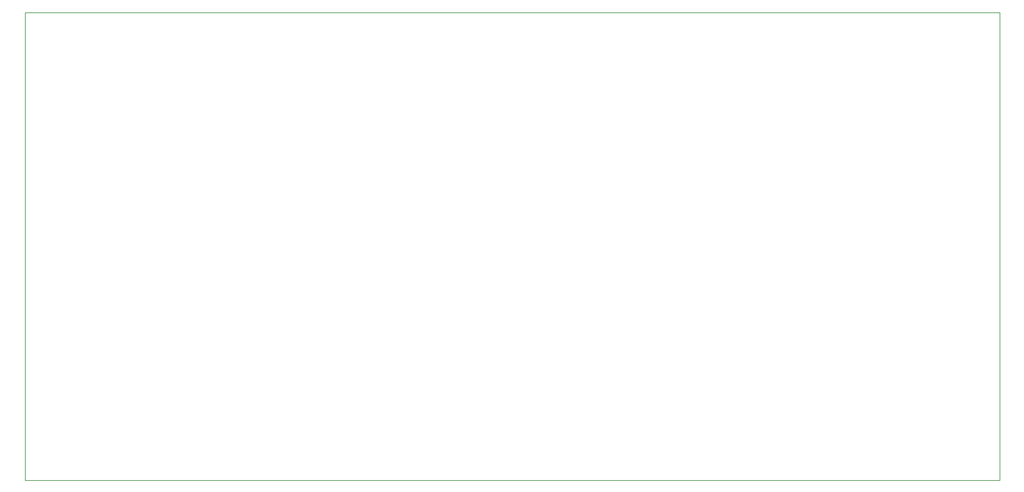
<source format=gbr>
%TF.GenerationSoftware,KiCad,Pcbnew,7.0.10*%
%TF.CreationDate,2024-03-24T23:27:10+02:00*%
%TF.ProjectId,Sensing_Subsystem_Group_8,53656e73-696e-4675-9f53-756273797374,rev?*%
%TF.SameCoordinates,Original*%
%TF.FileFunction,Profile,NP*%
%FSLAX46Y46*%
G04 Gerber Fmt 4.6, Leading zero omitted, Abs format (unit mm)*
G04 Created by KiCad (PCBNEW 7.0.10) date 2024-03-24 23:27:10*
%MOMM*%
%LPD*%
G01*
G04 APERTURE LIST*
%TA.AperFunction,Profile*%
%ADD10C,0.100000*%
%TD*%
G04 APERTURE END LIST*
D10*
X76200000Y-73660000D02*
X208280000Y-73660000D01*
X208280000Y-137160000D01*
X76200000Y-137160000D01*
X76200000Y-73660000D01*
M02*

</source>
